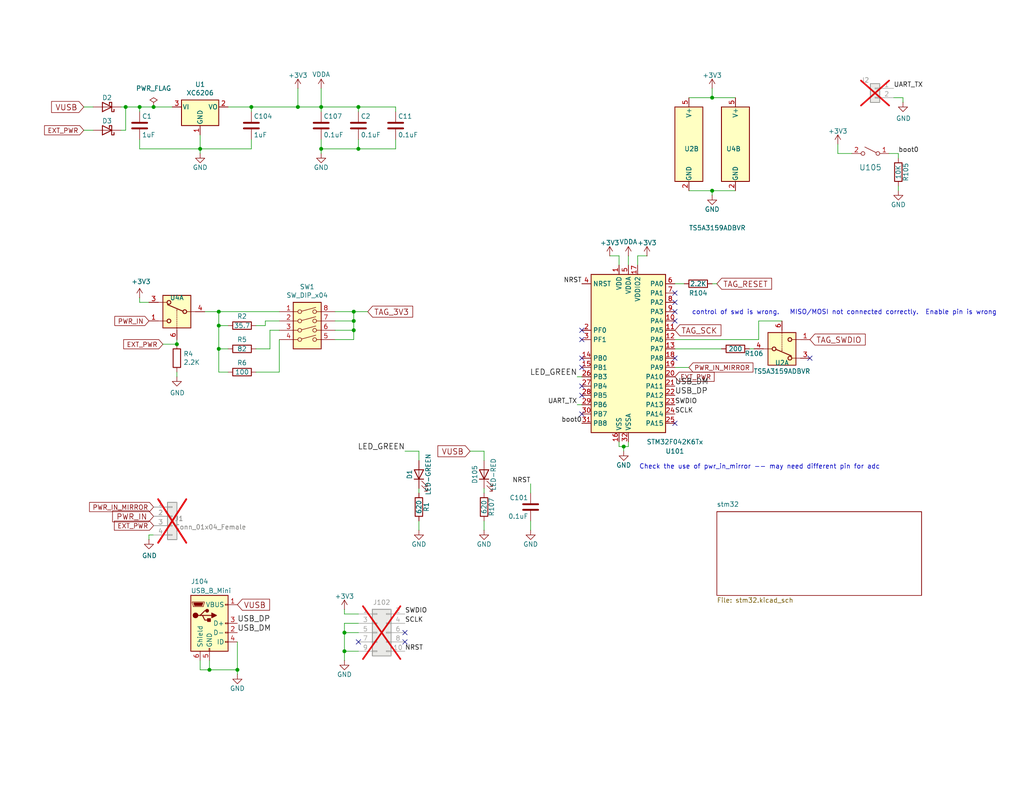
<source format=kicad_sch>
(kicad_sch (version 20231120) (generator "eeschema") (generator_version "8.0")
  (paper "USLetter")
  (title_block (title "Tag Breakout Board with stlink") (date "2020-10-18"))
  (lib_symbols
    (symbol "Analog_Switch:TS5A3159ADBVR" (pin_names (offset 0.127))
      (property "Reference" "U" (at -3.175 4.699 0))
      (property "Value" "TS5A3159ADBVR" (at -3.175 2.921 0))
      (symbol "TS5A3159ADBVR_1_1"
        (rectangle (start -3.81 4.445) (end 3.81 -4.445) (stroke (width 0.254)) (fill (type background)))
        (circle (center -2.159 0) (radius 0.508) (stroke (width 0.254)))
        (polyline (pts (xy -5.08 0) (xy -2.794 0)))
        (polyline (pts (xy -1.651 0.127) (xy 2.54 1.905)) (stroke (width 0.254)))
        (polyline (pts (xy 0 -5.08) (xy 0 -4.572)))
        (polyline (pts (xy 0 -4.318) (xy 0 -4.064)))
        (polyline (pts (xy 0 -3.81) (xy 0 -3.556)))
        (polyline (pts (xy 0 -3.302) (xy 0 -3.048)))
        (polyline (pts (xy 0 -2.794) (xy 0 -2.54)))
        (polyline (pts (xy 0 -2.286) (xy 0 -2.032)))
        (polyline (pts (xy 0 -1.778) (xy 0 -1.524)))
        (polyline (pts (xy 0 -1.27) (xy 0 -1.016)))
        (polyline (pts (xy 0 -0.762) (xy 0 -0.508)))
        (polyline (pts (xy 0 -0.254) (xy 0 0)))
        (polyline (pts (xy 0 0.254) (xy 0 0.508)))
        (polyline (pts (xy 0 0.254) (xy 0 0.508)))
        (polyline (pts (xy 5.08 -2.54) (xy 2.794 -2.54)))
        (polyline (pts (xy 5.08 2.54) (xy 2.794 2.54)))
        (circle (center 2.159 -2.54) (radius 0.508) (stroke (width 0.254)))
        (circle (center 2.159 2.54) (radius 0.508) (stroke (width 0.254)))
        (pin passive line (at 7.62 -2.54 180) (length 2.54) (name "~") (number "1"))
        (pin passive line (at 7.62 2.54 180) (length 2.54) (name "~") (number "3"))
        (pin passive line (at -7.62 0 0) (length 2.54) (name "~") (number "4"))
        (pin input line (at 0 -7.62 90) (length 2.54) (name "~") (number "6"))
      )
      (symbol "TS5A3159ADBVR_2_0"
        (pin power_in line (at 0 -12.7 90) (length 2.54) (name "GND") (number "2"))
        (pin power_in line (at 0 12.7 270) (length 2.54) (name "V+") (number "5"))
      )
      (symbol "TS5A3159ADBVR_2_1"
        (rectangle (start -3.81 10.16) (end 3.81 -10.16) (stroke (width 0.254)) (fill (type background)))
      )
    )
    (symbol "Connector:USB_B_Mini" (pin_names (offset 1.016))
      (property "Reference" "J" (at -5.08 11.43 0))
      (property "Value" "USB_B_Mini" (at -5.08 8.89 0))
      (symbol "USB_B_Mini_0_1"
        (rectangle (start -5.08 -7.62) (end 5.08 7.62) (stroke (width 0.254)) (fill (type background)))
        (circle (center -3.81 2.159) (radius 0.635) (stroke (width 0.254)) (fill (type outline)))
        (circle (center -0.635 3.429) (radius 0.381) (stroke (width 0.254)) (fill (type outline)))
        (rectangle (start -0.127 -7.62) (end 0.127 -6.858))
        (polyline (pts (xy -1.905 2.159) (xy 0.635 2.159)) (stroke (width 0.254)))
        (polyline (pts (xy -3.175 2.159) (xy -2.54 2.159) (xy -1.27 3.429) (xy -0.635 3.429)) (stroke (width 0.254)))
        (polyline (pts (xy -2.54 2.159) (xy -1.905 2.159) (xy -1.27 0.889) (xy 0 0.889)) (stroke (width 0.254)))
        (polyline (pts (xy 0.635 2.794) (xy 0.635 1.524) (xy 1.905 2.159) (xy 0.635 2.794)) (stroke (width 0.254)) (fill (type outline)))
        (polyline (pts (xy -4.318 5.588) (xy -1.778 5.588) (xy -2.032 4.826) (xy -4.064 4.826) (xy -4.318 5.588)) (fill (type outline)))
        (polyline (pts (xy -4.699 5.842) (xy -4.699 5.588) (xy -4.445 4.826) (xy -4.445 4.572) (xy -1.651 4.572) (xy -1.651 4.826) (xy -1.397 5.588) (xy -1.397 5.842) (xy -4.699 5.842)))
        (rectangle (start 0.254 1.27) (end -0.508 0.508) (stroke (width 0.254)) (fill (type outline)))
        (rectangle (start 5.08 -5.207) (end 4.318 -4.953))
        (rectangle (start 5.08 -2.667) (end 4.318 -2.413))
        (rectangle (start 5.08 -0.127) (end 4.318 0.127))
        (rectangle (start 5.08 4.953) (end 4.318 5.207))
      )
      (symbol "USB_B_Mini_1_1"
        (pin power_out line (at 7.62 5.08 180) (length 2.54) (name "VBUS") (number "1"))
        (pin bidirectional line (at 7.62 -2.54 180) (length 2.54) (name "D-") (number "2"))
        (pin bidirectional line (at 7.62 0 180) (length 2.54) (name "D+") (number "3"))
        (pin passive line (at 7.62 -5.08 180) (length 2.54) (name "ID") (number "4"))
        (pin power_out line (at 0 -10.16 90) (length 2.54) (name "GND") (number "5"))
        (pin passive line (at -2.54 -10.16 90) (length 2.54) (name "Shield") (number "6"))
      )
    )
    (symbol "Connector_Generic:Conn_01x02" (pin_names (offset 1.016) hide)
      (property "Reference" "J" (at 0 2.54 0))
      (property "Value" "Conn_01x02" (at 0 -5.08 0))
      (symbol "Conn_01x02_1_1"
        (rectangle (start -1.27 -2.413) (end 0 -2.667) (stroke (width 0.1524)))
        (rectangle (start -1.27 0.127) (end 0 -0.127) (stroke (width 0.1524)))
        (rectangle (start -1.27 1.27) (end 1.27 -3.81) (stroke (width 0.254)) (fill (type background)))
        (pin passive line (at -5.08 0 0) (length 3.81) (name "Pin_1") (number "1"))
        (pin passive line (at -5.08 -2.54 0) (length 3.81) (name "Pin_2") (number "2"))
      )
    )
    (symbol "Connector_Generic:Conn_01x04" (pin_names (offset 1.016) hide)
      (property "Reference" "J" (at 0 5.08 0))
      (property "Value" "Conn_01x04" (at 0 -7.62 0))
      (symbol "Conn_01x04_1_1"
        (rectangle (start -1.27 -4.953) (end 0 -5.207) (stroke (width 0.1524)))
        (rectangle (start -1.27 -2.413) (end 0 -2.667) (stroke (width 0.1524)))
        (rectangle (start -1.27 0.127) (end 0 -0.127) (stroke (width 0.1524)))
        (rectangle (start -1.27 2.667) (end 0 2.413) (stroke (width 0.1524)))
        (rectangle (start -1.27 3.81) (end 1.27 -6.35) (stroke (width 0.254)) (fill (type background)))
        (pin passive line (at -5.08 2.54 0) (length 3.81) (name "Pin_1") (number "1"))
        (pin passive line (at -5.08 0 0) (length 3.81) (name "Pin_2") (number "2"))
        (pin passive line (at -5.08 -2.54 0) (length 3.81) (name "Pin_3") (number "3"))
        (pin passive line (at -5.08 -5.08 0) (length 3.81) (name "Pin_4") (number "4"))
      )
    )
    (symbol "Connector_Generic:Conn_02x05_Odd_Even" (pin_names (offset 1.016) hide)
      (property "Reference" "J" (at 1.27 7.62 0))
      (property "Value" "Conn_02x05_Odd_Even" (at 1.27 -7.62 0))
      (symbol "Conn_02x05_Odd_Even_1_1"
        (rectangle (start -1.27 -4.953) (end 0 -5.207) (stroke (width 0.1524)))
        (rectangle (start -1.27 -2.413) (end 0 -2.667) (stroke (width 0.1524)))
        (rectangle (start -1.27 0.127) (end 0 -0.127) (stroke (width 0.1524)))
        (rectangle (start -1.27 2.667) (end 0 2.413) (stroke (width 0.1524)))
        (rectangle (start -1.27 5.207) (end 0 4.953) (stroke (width 0.1524)))
        (rectangle (start -1.27 6.35) (end 3.81 -6.35) (stroke (width 0.254)) (fill (type background)))
        (rectangle (start 3.81 -4.953) (end 2.54 -5.207) (stroke (width 0.1524)))
        (rectangle (start 3.81 -2.413) (end 2.54 -2.667) (stroke (width 0.1524)))
        (rectangle (start 3.81 0.127) (end 2.54 -0.127) (stroke (width 0.1524)))
        (rectangle (start 3.81 2.667) (end 2.54 2.413) (stroke (width 0.1524)))
        (rectangle (start 3.81 5.207) (end 2.54 4.953) (stroke (width 0.1524)))
        (pin passive line (at -5.08 5.08 0) (length 3.81) (name "Pin_1") (number "1"))
        (pin passive line (at 7.62 -5.08 180) (length 3.81) (name "Pin_10") (number "10"))
        (pin passive line (at 7.62 5.08 180) (length 3.81) (name "Pin_2") (number "2"))
        (pin passive line (at -5.08 2.54 0) (length 3.81) (name "Pin_3") (number "3"))
        (pin passive line (at 7.62 2.54 180) (length 3.81) (name "Pin_4") (number "4"))
        (pin passive line (at -5.08 0 0) (length 3.81) (name "Pin_5") (number "5"))
        (pin passive line (at 7.62 0 180) (length 3.81) (name "Pin_6") (number "6"))
        (pin passive line (at -5.08 -2.54 0) (length 3.81) (name "Pin_7") (number "7"))
        (pin passive line (at 7.62 -2.54 180) (length 3.81) (name "Pin_8") (number "8"))
        (pin passive line (at -5.08 -5.08 0) (length 3.81) (name "Pin_9") (number "9"))
      )
    )
    (symbol "Device:C" (pin_numbers hide) (pin_names (offset 0.254))
      (property "Reference" "C" (at 0.635 2.54 0))
      (property "Value" "C" (at 0.635 -2.54 0))
      (symbol "C_0_1"
        (polyline (pts (xy -2.032 -0.762) (xy 2.032 -0.762)) (stroke (width 0.508)))
        (polyline (pts (xy -2.032 0.762) (xy 2.032 0.762)) (stroke (width 0.508)))
      )
      (symbol "C_1_1"
        (pin passive line (at 0 3.81 270) (length 2.794) (name "~") (number "1"))
        (pin passive line (at 0 -3.81 90) (length 2.794) (name "~") (number "2"))
      )
    )
    (symbol "Device:D_Schottky" (pin_numbers hide) (pin_names (offset 1.016) hide)
      (property "Reference" "D" (at 0 2.54 0))
      (property "Value" "D_Schottky" (at 0 -2.54 0))
      (symbol "D_Schottky_0_1"
        (polyline (pts (xy 1.27 0) (xy -1.27 0)))
        (polyline (pts (xy 1.27 1.27) (xy 1.27 -1.27) (xy -1.27 0) (xy 1.27 1.27)) (stroke (width 0.254)))
        (polyline (pts (xy -1.905 0.635) (xy -1.905 1.27) (xy -1.27 1.27) (xy -1.27 -1.27) (xy -0.635 -1.27) (xy -0.635 -0.635)) (stroke (width 0.254)))
      )
      (symbol "D_Schottky_1_1"
        (pin passive line (at -3.81 0 0) (length 2.54) (name "K") (number "1"))
        (pin passive line (at 3.81 0 180) (length 2.54) (name "A") (number "2"))
      )
    )
    (symbol "Device:LED" (pin_numbers hide) (pin_names (offset 1.016) hide)
      (property "Reference" "D" (at 0 2.54 0))
      (property "Value" "LED" (at 0 -2.54 0))
      (symbol "LED_0_1"
        (polyline (pts (xy -1.27 -1.27) (xy -1.27 1.27)) (stroke (width 0.254)))
        (polyline (pts (xy -1.27 0) (xy 1.27 0)))
        (polyline (pts (xy 1.27 -1.27) (xy 1.27 1.27) (xy -1.27 0) (xy 1.27 -1.27)) (stroke (width 0.254)))
        (polyline (pts (xy -3.048 -0.762) (xy -4.572 -2.286) (xy -3.81 -2.286) (xy -4.572 -2.286) (xy -4.572 -1.524)))
        (polyline (pts (xy -1.778 -0.762) (xy -3.302 -2.286) (xy -2.54 -2.286) (xy -3.302 -2.286) (xy -3.302 -1.524)))
      )
      (symbol "LED_1_1"
        (pin passive line (at -3.81 0 0) (length 2.54) (name "K") (number "1"))
        (pin passive line (at 3.81 0 180) (length 2.54) (name "A") (number "2"))
      )
    )
    (symbol "Device:R" (pin_numbers hide) (pin_names (offset 0))
      (property "Reference" "R" (at 2.032 0 90))
      (property "Value" "R" (at 0 0 90))
      (symbol "R_0_1"
        (rectangle (start -1.016 -2.54) (end 1.016 2.54) (stroke (width 0.254)))
      )
      (symbol "R_1_1"
        (pin passive line (at 0 3.81 270) (length 1.27) (name "~") (number "1"))
        (pin passive line (at 0 -3.81 90) (length 1.27) (name "~") (number "2"))
      )
    )
    (symbol "MCU_ST_STM32F0:STM32F042K6Tx"
      (property "Reference" "U" (at -10.16 21.59 0))
      (property "Value" "STM32F042K6Tx" (at 5.08 21.59 0))
      (symbol "STM32F042K6Tx_0_1"
        (rectangle (start -10.16 -22.86) (end 10.16 20.32) (stroke (width 0.254)) (fill (type background)))
      )
      (symbol "STM32F042K6Tx_1_1"
        (pin power_in line (at -2.54 22.86 270) (length 2.54) (name "VDD") (number "1"))
        (pin bidirectional line (at 12.7 7.62 180) (length 2.54) (name "PA4") (number "10"))
        (pin bidirectional line (at 12.7 5.08 180) (length 2.54) (name "PA5") (number "11"))
        (pin bidirectional line (at 12.7 2.54 180) (length 2.54) (name "PA6") (number "12"))
        (pin bidirectional line (at 12.7 0 180) (length 2.54) (name "PA7") (number "13"))
        (pin bidirectional line (at -12.7 -2.54 0) (length 2.54) (name "PB0") (number "14"))
        (pin bidirectional line (at -12.7 -5.08 0) (length 2.54) (name "PB1") (number "15"))
        (pin power_in line (at -2.54 -25.4 90) (length 2.54) (name "VSS") (number "16"))
        (pin power_in line (at 2.54 22.86 270) (length 2.54) (name "VDDIO2") (number "17"))
        (pin bidirectional line (at 12.7 -2.54 180) (length 2.54) (name "PA8") (number "18"))
        (pin bidirectional line (at 12.7 -5.08 180) (length 2.54) (name "PA9") (number "19"))
        (pin input line (at -12.7 5.08 0) (length 2.54) (name "PF0") (number "2"))
        (pin bidirectional line (at 12.7 -7.62 180) (length 2.54) (name "PA10") (number "20"))
        (pin bidirectional line (at 12.7 -10.16 180) (length 2.54) (name "PA11") (number "21"))
        (pin bidirectional line (at 12.7 -12.7 180) (length 2.54) (name "PA12") (number "22"))
        (pin bidirectional line (at 12.7 -15.24 180) (length 2.54) (name "PA13") (number "23"))
        (pin bidirectional line (at 12.7 -17.78 180) (length 2.54) (name "PA14") (number "24"))
        (pin bidirectional line (at 12.7 -20.32 180) (length 2.54) (name "PA15") (number "25"))
        (pin bidirectional line (at -12.7 -7.62 0) (length 2.54) (name "PB3") (number "26"))
        (pin bidirectional line (at -12.7 -10.16 0) (length 2.54) (name "PB4") (number "27"))
        (pin bidirectional line (at -12.7 -12.7 0) (length 2.54) (name "PB5") (number "28"))
        (pin bidirectional line (at -12.7 -15.24 0) (length 2.54) (name "PB6") (number "29"))
        (pin input line (at -12.7 2.54 0) (length 2.54) (name "PF1") (number "3"))
        (pin bidirectional line (at -12.7 -17.78 0) (length 2.54) (name "PB7") (number "30"))
        (pin bidirectional line (at -12.7 -20.32 0) (length 2.54) (name "PB8") (number "31"))
        (pin power_in line (at 0 -25.4 90) (length 2.54) (name "VSSA") (number "32"))
        (pin input line (at -12.7 17.78 0) (length 2.54) (name "NRST") (number "4"))
        (pin power_in line (at 0 22.86 270) (length 2.54) (name "VDDA") (number "5"))
        (pin bidirectional line (at 12.7 17.78 180) (length 2.54) (name "PA0") (number "6"))
        (pin bidirectional line (at 12.7 15.24 180) (length 2.54) (name "PA1") (number "7"))
        (pin bidirectional line (at 12.7 12.7 180) (length 2.54) (name "PA2") (number "8"))
        (pin bidirectional line (at 12.7 10.16 180) (length 2.54) (name "PA3") (number "9"))
      )
    )
    (symbol "Regulator_Linear:XC6206PxxxMR" (pin_names (offset 0.254))
      (property "Reference" "U" (at -3.81 3.175 0))
      (property "Value" "XC6206PxxxMR" (at 0 3.175 0))
      (symbol "XC6206PxxxMR_0_1"
        (rectangle (start -5.08 1.905) (end 5.08 -5.08) (stroke (width 0.254)) (fill (type background)))
      )
      (symbol "XC6206PxxxMR_1_1"
        (pin power_in line (at 0 -7.62 90) (length 2.54) (name "GND") (number "1"))
        (pin power_out line (at 7.62 0 180) (length 2.54) (name "VO") (number "2"))
        (pin power_in line (at -7.62 0 0) (length 2.54) (name "VI") (number "3"))
      )
    )
    (symbol "Switch:SW_DIP_x04" (pin_names (offset 0) hide)
      (property "Reference" "SW" (at 0 8.89 0))
      (property "Value" "SW_DIP_x04" (at 0 -6.35 0))
      (symbol "SW_DIP_x04_0_0"
        (circle (center -2.032 -2.54) (radius 0.508))
        (circle (center -2.032 0) (radius 0.508))
        (circle (center -2.032 2.54) (radius 0.508))
        (circle (center -2.032 5.08) (radius 0.508))
        (polyline (pts (xy -1.524 -2.3876) (xy 2.3622 -1.3462)))
        (polyline (pts (xy -1.524 0.127) (xy 2.3622 1.1684)))
        (polyline (pts (xy -1.524 2.667) (xy 2.3622 3.7084)))
        (polyline (pts (xy -1.524 5.207) (xy 2.3622 6.2484)))
        (circle (center 2.032 -2.54) (radius 0.508))
        (circle (center 2.032 0) (radius 0.508))
        (circle (center 2.032 2.54) (radius 0.508))
        (circle (center 2.032 5.08) (radius 0.508))
      )
      (symbol "SW_DIP_x04_0_1"
        (rectangle (start -3.81 7.62) (end 3.81 -5.08) (stroke (width 0.254)) (fill (type background)))
      )
      (symbol "SW_DIP_x04_1_1"
        (pin passive line (at -7.62 5.08 0) (length 5.08) (name "~") (number "1"))
        (pin passive line (at -7.62 2.54 0) (length 5.08) (name "~") (number "2"))
        (pin passive line (at -7.62 0 0) (length 5.08) (name "~") (number "3"))
        (pin passive line (at -7.62 -2.54 0) (length 5.08) (name "~") (number "4"))
        (pin passive line (at 7.62 -2.54 180) (length 5.08) (name "~") (number "5"))
        (pin passive line (at 7.62 0 180) (length 5.08) (name "~") (number "6"))
        (pin passive line (at 7.62 2.54 180) (length 5.08) (name "~") (number "7"))
        (pin passive line (at 7.62 5.08 180) (length 5.08) (name "~") (number "8"))
      )
    )
    (symbol "Switch:SW_SPST" (pin_names (offset 0) hide)
      (property "Reference" "SW" (at 0 3.175 0))
      (property "Value" "SW_SPST" (at 0 -2.54 0))
      (symbol "SW_SPST_0_0"
        (circle (center -2.032 0) (radius 0.508))
        (polyline (pts (xy -1.524 0.254) (xy 1.524 1.778)))
        (circle (center 2.032 0) (radius 0.508))
      )
      (symbol "SW_SPST_1_1"
        (pin passive line (at -5.08 0 0) (length 2.54) (name "A") (number "1"))
        (pin passive line (at 5.08 0 180) (length 2.54) (name "B") (number "2"))
      )
    )
    (symbol "power:+3.3V" (power) (pin_numbers hide) (pin_names (offset 0) hide)
      (property "Value" "+3.3V" (at 0 3.556 0))
      (symbol "+3.3V_0_1"
        (polyline (pts (xy -0.762 1.27) (xy 0 2.54)))
        (polyline (pts (xy 0 0) (xy 0 2.54)))
        (polyline (pts (xy 0 2.54) (xy 0.762 1.27)))
      )
      (symbol "+3.3V_1_1"
        (pin power_in line (at 0 0 90) (length 0) (name "~") (number "1"))
      )
    )
    (symbol "power:+3V3" (power) (pin_numbers hide) (pin_names (offset 0) hide)
      (property "Value" "+3V3" (at 0 3.556 0))
      (symbol "+3V3_0_1"
        (polyline (pts (xy -0.762 1.27) (xy 0 2.54)))
        (polyline (pts (xy 0 0) (xy 0 2.54)))
        (polyline (pts (xy 0 2.54) (xy 0.762 1.27)))
      )
      (symbol "+3V3_1_1"
        (pin power_in line (at 0 0 90) (length 0) (name "~") (number "1"))
      )
    )
    (symbol "power:GND" (power) (pin_numbers hide) (pin_names (offset 0) hide)
      (property "Value" "GND" (at 0 -3.81 0))
      (symbol "GND_0_1"
        (polyline (pts (xy 0 0) (xy 0 -1.27) (xy 1.27 -1.27) (xy 0 -2.54) (xy -1.27 -1.27) (xy 0 -1.27)))
      )
      (symbol "GND_1_1"
        (pin power_in line (at 0 0 270) (length 0) (name "~") (number "1"))
      )
    )
    (symbol "power:PWR_FLAG" (power) (pin_numbers hide) (pin_names (offset 0) hide)
      (property "Value" "PWR_FLAG" (at 0 3.81 0))
      (symbol "PWR_FLAG_0_0"
        (pin power_out line (at 0 0 90) (length 0) (name "~") (number "1"))
      )
      (symbol "PWR_FLAG_0_1"
        (polyline (pts (xy 0 0) (xy 0 1.27) (xy -1.016 1.905) (xy 0 2.54) (xy 1.016 1.905) (xy 0 1.27)))
      )
    )
    (symbol "power:VDDA" (power) (pin_numbers hide) (pin_names (offset 0) hide)
      (property "Value" "VDDA" (at 0 3.556 0))
      (symbol "VDDA_0_1"
        (polyline (pts (xy -0.762 1.27) (xy 0 2.54)))
        (polyline (pts (xy 0 0) (xy 0 2.54)))
        (polyline (pts (xy 0 2.54) (xy 0.762 1.27)))
      )
      (symbol "VDDA_1_1"
        (pin power_in line (at 0 0 90) (length 0) (name "~") (number "1"))
      )
    )
  )
  (junction (at 81.28 29.21))
  (junction (at 93.98 177.8))
  (junction (at 59.69 95.25))
  (junction (at 97.79 40.64))
  (junction (at 68.58 29.21))
  (junction (at 93.98 172.72))
  (junction (at 96.52 90.17))
  (junction (at 194.31 52.07))
  (junction (at 48.26 93.98))
  (junction (at 38.1 29.21))
  (junction (at 41.91 29.21))
  (junction (at 170.18 121.92))
  (junction (at 64.77 182.88))
  (junction (at 34.29 29.21))
  (junction (at 59.69 88.9))
  (junction (at 54.61 40.64))
  (junction (at 97.79 29.21))
  (junction (at 96.52 87.63))
  (junction (at 59.69 85.09))
  (junction (at 87.63 29.21))
  (junction (at 194.31 26.67))
  (junction (at 96.52 85.09))
  (junction (at 57.15 182.88))
  (junction (at 87.63 40.64))
  (no_connect (at 158.75 105.41))
  (no_connect (at 184.15 115.57))
  (no_connect (at 220.98 97.79))
  (no_connect (at 110.49 172.72))
  (no_connect (at 110.49 175.26))
  (no_connect (at 158.75 100.33))
  (no_connect (at 158.75 90.17))
  (no_connect (at 184.15 85.09))
  (no_connect (at 184.15 80.01))
  (no_connect (at 158.75 107.95))
  (no_connect (at 158.75 113.03))
  (no_connect (at 184.15 97.79))
  (no_connect (at 184.15 82.55))
  (no_connect (at 97.79 175.26))
  (no_connect (at 184.15 87.63))
  (no_connect (at 158.75 92.71))
  (no_connect (at 158.75 97.79))
  (wire (pts (xy 41.91 146.05) (xy 40.64 146.05)))
  (wire (pts (xy 62.23 29.21) (xy 68.58 29.21)))
  (wire (pts (xy 38.1 38.1) (xy 38.1 40.64)))
  (wire (pts (xy 207.01 87.63) (xy 213.36 87.63)))
  (wire (pts (xy 68.58 40.64) (xy 68.58 38.1)))
  (wire (pts (xy 72.39 87.63) (xy 76.2 87.63)))
  (wire (pts (xy 64.77 182.88) (xy 57.15 182.88)))
  (wire (pts (xy 81.28 29.21) (xy 87.63 29.21)))
  (wire (pts (xy 97.79 40.64) (xy 87.63 40.64)))
  (wire (pts (xy 97.79 29.21) (xy 107.95 29.21)))
  (wire (pts (xy 33.02 29.21) (xy 34.29 29.21)))
  (wire (pts (xy 187.96 52.07) (xy 194.31 52.07)))
  (wire (pts (xy 204.47 95.25) (xy 205.74 95.25)))
  (wire (pts (xy 194.31 52.07) (xy 194.31 53.34)))
  (wire (pts (xy 194.31 52.07) (xy 200.66 52.07)))
  (wire (pts (xy 48.26 93.98) (xy 48.26 92.71)))
  (wire (pts (xy 96.52 92.71) (xy 96.52 90.17)))
  (wire (pts (xy 228.6 41.91) (xy 232.41 41.91)))
  (wire (pts (xy 246.38 26.67) (xy 246.38 27.94)))
  (wire (pts (xy 194.31 77.47) (xy 195.58 77.47)))
  (wire (pts (xy 97.79 38.1) (xy 97.79 40.64)))
  (wire (pts (xy 38.1 81.28) (xy 38.1 82.55)))
  (wire (pts (xy 93.98 177.8) (xy 93.98 180.34)))
  (wire (pts (xy 54.61 40.64) (xy 68.58 40.64)))
  (wire (pts (xy 97.79 170.18) (xy 93.98 170.18)))
  (wire (pts (xy 59.69 95.25) (xy 59.69 101.6)))
  (wire (pts (xy 93.98 170.18) (xy 93.98 172.72)))
  (wire (pts (xy 64.77 175.26) (xy 64.77 182.88)))
  (wire (pts (xy 38.1 29.21) (xy 41.91 29.21)))
  (wire (pts (xy 97.79 177.8) (xy 93.98 177.8)))
  (wire (pts (xy 184.15 100.33) (xy 187.96 100.33)))
  (wire (pts (xy 171.45 120.65) (xy 171.45 121.92)))
  (wire (pts (xy 87.63 24.13) (xy 87.63 29.21)))
  (wire (pts (xy 96.52 87.63) (xy 96.52 85.09)))
  (wire (pts (xy 69.85 88.9) (xy 72.39 88.9)))
  (wire (pts (xy 59.69 88.9) (xy 62.23 88.9)))
  (wire (pts (xy 242.57 41.91) (xy 245.11 41.91)))
  (wire (pts (xy 194.31 26.67) (xy 200.66 26.67)))
  (wire (pts (xy 132.08 133.35) (xy 132.08 134.62)))
  (wire (pts (xy 68.58 29.21) (xy 81.28 29.21)))
  (wire (pts (xy 59.69 88.9) (xy 59.69 95.25)))
  (wire (pts (xy 157.48 110.49) (xy 158.75 110.49)))
  (wire (pts (xy 41.91 29.21) (xy 46.99 29.21)))
  (wire (pts (xy 76.2 92.71) (xy 76.2 101.6)))
  (wire (pts (xy 97.79 40.64) (xy 107.95 40.64)))
  (wire (pts (xy 81.28 24.13) (xy 81.28 29.21)))
  (wire (pts (xy 34.29 29.21) (xy 38.1 29.21)))
  (wire (pts (xy 91.44 90.17) (xy 96.52 90.17)))
  (wire (pts (xy 245.11 50.8) (xy 245.11 52.07)))
  (wire (pts (xy 48.26 101.6) (xy 48.26 102.87)))
  (wire (pts (xy 184.15 77.47) (xy 186.69 77.47)))
  (wire (pts (xy 243.84 26.67) (xy 246.38 26.67)))
  (wire (pts (xy 114.3 133.35) (xy 114.3 134.62)))
  (wire (pts (xy 187.96 26.67) (xy 194.31 26.67)))
  (wire (pts (xy 171.45 69.85) (xy 171.45 72.39)))
  (wire (pts (xy 97.79 172.72) (xy 93.98 172.72)))
  (wire (pts (xy 228.6 39.37) (xy 228.6 41.91)))
  (wire (pts (xy 93.98 166.37) (xy 93.98 167.64)))
  (wire (pts (xy 207.01 87.63) (xy 207.01 92.71)))
  (wire (pts (xy 44.45 93.98) (xy 48.26 93.98)))
  (wire (pts (xy 59.69 85.09) (xy 76.2 85.09)))
  (wire (pts (xy 114.3 123.19) (xy 110.49 123.19)))
  (wire (pts (xy 76.2 90.17) (xy 73.66 90.17)))
  (wire (pts (xy 34.29 35.56) (xy 34.29 29.21)))
  (wire (pts (xy 68.58 29.21) (xy 68.58 30.48)))
  (wire (pts (xy 114.3 125.73) (xy 114.3 123.19)))
  (wire (pts (xy 91.44 92.71) (xy 96.52 92.71)))
  (wire (pts (xy 132.08 125.73) (xy 132.08 123.19)))
  (wire (pts (xy 144.78 142.24) (xy 144.78 144.78)))
  (wire (pts (xy 184.15 95.25) (xy 196.85 95.25)))
  (wire (pts (xy 54.61 40.64) (xy 54.61 41.91)))
  (wire (pts (xy 144.78 132.08) (xy 144.78 134.62)))
  (wire (pts (xy 184.15 92.71) (xy 207.01 92.71)))
  (wire (pts (xy 176.53 69.85) (xy 173.99 69.85)))
  (wire (pts (xy 168.91 121.92) (xy 170.18 121.92)))
  (wire (pts (xy 64.77 182.88) (xy 64.77 184.15)))
  (wire (pts (xy 76.2 101.6) (xy 69.85 101.6)))
  (wire (pts (xy 91.44 85.09) (xy 96.52 85.09)))
  (wire (pts (xy 170.18 121.92) (xy 170.18 123.19)))
  (wire (pts (xy 93.98 167.64) (xy 97.79 167.64)))
  (wire (pts (xy 38.1 40.64) (xy 54.61 40.64)))
  (wire (pts (xy 166.37 69.85) (xy 168.91 69.85)))
  (wire (pts (xy 114.3 142.24) (xy 114.3 144.78)))
  (wire (pts (xy 87.63 40.64) (xy 87.63 41.91)))
  (wire (pts (xy 168.91 120.65) (xy 168.91 121.92)))
  (wire (pts (xy 245.11 43.18) (xy 245.11 41.91)))
  (wire (pts (xy 96.52 85.09) (xy 100.33 85.09)))
  (wire (pts (xy 40.64 146.05) (xy 40.64 147.32)))
  (wire (pts (xy 55.88 85.09) (xy 59.69 85.09)))
  (wire (pts (xy 132.08 142.24) (xy 132.08 144.78)))
  (wire (pts (xy 33.02 35.56) (xy 34.29 35.56)))
  (wire (pts (xy 38.1 82.55) (xy 40.64 82.55)))
  (wire (pts (xy 168.91 69.85) (xy 168.91 72.39)))
  (wire (pts (xy 173.99 69.85) (xy 173.99 72.39)))
  (wire (pts (xy 57.15 182.88) (xy 54.61 182.88)))
  (wire (pts (xy 87.63 29.21) (xy 97.79 29.21)))
  (wire (pts (xy 107.95 29.21) (xy 107.95 30.48)))
  (wire (pts (xy 73.66 95.25) (xy 69.85 95.25)))
  (wire (pts (xy 194.31 24.13) (xy 194.31 26.67)))
  (wire (pts (xy 59.69 85.09) (xy 59.69 88.9)))
  (wire (pts (xy 38.1 29.21) (xy 38.1 30.48)))
  (wire (pts (xy 107.95 40.64) (xy 107.95 38.1)))
  (wire (pts (xy 171.45 121.92) (xy 170.18 121.92)))
  (wire (pts (xy 22.86 35.56) (xy 25.4 35.56)))
  (wire (pts (xy 87.63 38.1) (xy 87.63 40.64)))
  (wire (pts (xy 132.08 123.19) (xy 128.27 123.19)))
  (wire (pts (xy 22.86 29.21) (xy 25.4 29.21)))
  (wire (pts (xy 91.44 87.63) (xy 96.52 87.63)))
  (wire (pts (xy 72.39 88.9) (xy 72.39 87.63)))
  (wire (pts (xy 54.61 182.88) (xy 54.61 180.34)))
  (wire (pts (xy 73.66 90.17) (xy 73.66 95.25)))
  (wire (pts (xy 57.15 180.34) (xy 57.15 182.88)))
  (wire (pts (xy 62.23 101.6) (xy 59.69 101.6)))
  (wire (pts (xy 157.48 102.87) (xy 158.75 102.87)))
  (wire (pts (xy 54.61 36.83) (xy 54.61 40.64)))
  (wire (pts (xy 93.98 172.72) (xy 93.98 177.8)))
  (wire (pts (xy 97.79 29.21) (xy 97.79 30.48)))
  (wire (pts (xy 96.52 90.17) (xy 96.52 87.63)))
  (wire (pts (xy 62.23 95.25) (xy 59.69 95.25)))
  (wire (pts (xy 87.63 29.21) (xy 87.63 30.48)))
  (text "Check the use of pwr_in_mirror -- may need different pin for adc" (at 207.264 127.508 0) (effects (font (size 1.27 1.27))))
  (text "control of swd is wrong.   MISO/MOSI not connected correctly.  Enable pin is wrong" (at 230.378 85.344 0) (effects (font (size 1.27 1.27))))
  (label "UART_TX" (at 243.84 24.13 0))
  (label "SCLK" (at 184.15 113.03 0))
  (label "SCLK" (at 110.49 170.18 0))
  (label "boot0" (at 245.11 41.91 0))
  (label "SWDIO" (at 184.15 110.49 0))
  (label "USB_DP" (at 184.15 107.95 0) (effects (font (size 1.524 1.524))))
  (label "NRST" (at 110.49 177.8 0))
  (label "USB_DM" (at 64.77 172.72 0) (effects (font (size 1.524 1.524))))
  (label "NRST" (at 158.75 77.47 180))
  (label "USB_DP" (at 64.77 170.18 0) (effects (font (size 1.524 1.524))))
  (label "LED_GREEN" (at 110.49 123.19 180) (effects (font (size 1.524 1.524))))
  (label "UART_TX" (at 157.48 110.49 180))
  (label "boot0" (at 158.75 115.57 180))
  (label "SWDIO" (at 110.49 167.64 0))
  (label "NRST" (at 144.78 132.08 180))
  (label "USB_DM" (at 184.15 105.41 0) (effects (font (size 1.524 1.524))))
  (label "LED_GREEN" (at 157.48 102.87 180) (effects (font (size 1.524 1.524))))
  (global_label "VUSB" (shape input) (at 64.77 165.1 0) (effects (font (size 1.524 1.524))) (property "Intersheetrefs" "${INTERSHEET_REFS}" (effects (hide yes))))
  (global_label "EXT_PWR" (shape input) (at 44.45 93.98 180) (property "Intersheetrefs" "${INTERSHEET_REFS}" (effects (hide yes))))
  (global_label "TAG_SWDIO" (shape input) (at 220.98 92.71 0) (effects (font (size 1.524 1.524))) (property "Intersheetrefs" "${INTERSHEET_REFS}" (effects (hide yes))))
  (global_label "EXT_PWR" (shape input) (at 22.86 35.56 180) (property "Intersheetrefs" "${INTERSHEET_REFS}" (effects (hide yes))))
  (global_label "TAG_RESET" (shape input) (at 195.58 77.47 0) (effects (font (size 1.524 1.524))) (property "Intersheetrefs" "${INTERSHEET_REFS}" (effects (hide yes))))
  (global_label "PWR_IN_MIRROR" (shape input) (at 41.91 138.43 180) (property "Intersheetrefs" "${INTERSHEET_REFS}" (effects (hide yes))))
  (global_label "TAG_3V3" (shape input) (at 100.33 85.09 0) (effects (font (size 1.524 1.524))) (property "Intersheetrefs" "${INTERSHEET_REFS}" (effects (hide yes))))
  (global_label "PWR_IN_MIRROR" (shape input) (at 187.96 100.33 0) (property "Intersheetrefs" "${INTERSHEET_REFS}" (effects (hide yes))))
  (global_label "VUSB" (shape input) (at 22.86 29.21 180) (effects (font (size 1.524 1.524))) (property "Intersheetrefs" "${INTERSHEET_REFS}" (effects (hide yes))))
  (global_label "PWR_IN" (shape input) (at 41.91 140.97 180) (effects (font (size 1.524 1.524))) (property "Intersheetrefs" "${INTERSHEET_REFS}" (effects (hide yes))))
  (global_label "EXT_PWR" (shape input) (at 184.15 102.87 0) (property "Intersheetrefs" "${INTERSHEET_REFS}" (effects (hide yes))))
  (global_label "EXT_PWR" (shape input) (at 41.91 143.51 180) (property "Intersheetrefs" "${INTERSHEET_REFS}" (effects (hide yes))))
  (global_label "TAG_SCK" (shape input) (at 184.15 90.17 0) (effects (font (size 1.524 1.524))) (property "Intersheetrefs" "${INTERSHEET_REFS}" (effects (hide yes))))
  (global_label "VUSB" (shape input) (at 128.27 123.19 180) (effects (font (size 1.524 1.524))) (property "Intersheetrefs" "${INTERSHEET_REFS}" (effects (hide yes))))
  (global_label "PWR_IN" (shape input) (at 40.64 87.63 180) (property "Intersheetrefs" "${INTERSHEET_REFS}" (effects (hide yes))))
  (symbol (lib_id "power:GND") (at 245.11 52.07 0) (mirror y) (unit 1)
    (property "Reference" "#PWR05" (effects (hide yes)))
    (property "Value" "GND" (at 245.11 55.88 0))
    (property "Description" "Power symbol creates a global label with name \"GND\" , ground" (effects (hide yes)))
  )
  (symbol (lib_id "Device:R") (at 245.11 46.99 0) (mirror x) (unit 1)
    (property "Reference" "R105" (at 247.142 46.99 90))
    (property "Value" "10K" (at 245.11 46.99 90))
    (property "Footprint" "Resistor_SMD:R_0603_1608Metric" (effects (hide yes)))
    (property "LCSC" "C25804" (effects (hide yes)))
    (property "MFN" "Uniroyal Elec." (effects (hide yes)))
    (property "MPN" "0603WAF1002T5E" (effects (hide yes)))
  )
  (symbol (lib_id "power:GND") (at 144.78 144.78 0) (unit 1)
    (property "Reference" "#PWR06" (effects (hide yes)))
    (property "Value" "GND" (at 144.78 148.59 0))
    (property "Description" "Power symbol creates a global label with name \"GND\" , ground" (effects (hide yes)))
  )
  (symbol (lib_id "Device:C") (at 144.78 138.43 0) (mirror y) (unit 1)
    (property "Reference" "C101" (at 144.145 135.89 0) (effects (justify left)))
    (property "Value" "0.1uF" (at 144.145 140.97 0) (effects (justify left)))
    (property "Footprint" "Capacitor_SMD:C_0603_1608Metric" (effects (hide yes)))
    (property "LCSC" "C14663" (effects (hide yes)))
    (property "MFN" "YAGEO" (effects (hide yes)))
    (property "MPN" "CC0603KRX7R9BB104" (effects (hide yes)))
  )
  (symbol (lib_id "power:+3V3") (at 228.6 39.37 0) (mirror y) (unit 1)
    (property "Reference" "#PWR07" (effects (hide yes)))
    (property "Value" "+3V3" (at 228.6 35.814 0))
    (property "Description" "Power symbol creates a global label with name \"+3V3\"" (effects (hide yes)))
  )
  (symbol (lib_id "Device:R") (at 200.66 95.25 90) (unit 1)
    (property "Reference" "R106" (at 205.74 96.52 90))
    (property "Value" "200" (at 200.66 95.25 90))
    (property "Footprint" "Resistor_SMD:R_0603_1608Metric" (effects (hide yes)))
    (property "LCSC" "C8218 " (effects (hide yes)))
    (property "MFN" "Uniroyal Elec." (effects (hide yes)))
    (property "MPN" "0603WAF1000T5E" (effects (hide yes)))
  )
  (symbol (lib_id "Switch:SW_SPST") (at 237.49 41.91 0) (mirror y) (unit 1)
    (property "Reference" "U105" (at 237.49 45.72 0) (effects (font (size 1.524 1.524))))
    (property "Value" "Tactile Switch" (effects (hide yes)))
    (property "Footprint" "library:SW_SPST_TS_1187" (effects (hide yes)))
    (property "MFN" "XKB Enterprise" (effects (hide yes)))
    (property "MPN" "TS-1187A-C-E-B" (effects (hide yes)))
    (property "LCSC" " C318889" (effects (hide yes)))
  )
  (symbol (lib_id "power:GND") (at 194.31 53.34 0) (unit 1)
    (property "Reference" "#PWR010" (effects (hide yes)))
    (property "Value" "GND" (at 194.31 57.15 0))
    (property "Description" "Power symbol creates a global label with name \"GND\" , ground" (effects (hide yes)))
  )
  (symbol (lib_id "power:+3V3") (at 176.53 69.85 0) (unit 1)
    (property "Reference" "#PWR011" (effects (hide yes)))
    (property "Value" "+3V3" (at 176.53 66.294 0))
    (property "Description" "Power symbol creates a global label with name \"+3V3\"" (effects (hide yes)))
  )
  (symbol (lib_id "power:VDDA") (at 171.45 69.85 0) (unit 1)
    (property "Reference" "#PWR012" (effects (hide yes)))
    (property "Value" "VDDA" (at 171.45 66.04 0))
    (property "Description" "Power symbol creates a global label with name \"VDDA\"" (effects (hide yes)))
  )
  (symbol (lib_id "Device:R") (at 190.5 77.47 270) (unit 1)
    (property "Reference" "R104" (at 190.5 80.01 90))
    (property "Value" "2.2K" (at 190.5 77.47 90))
    (property "Footprint" "Resistor_SMD:R_0603_1608Metric" (effects (hide yes)))
    (property "LCSC" "C4190" (effects (hide yes)))
    (property "MFN" "Uniroyal Elec." (effects (hide yes)))
    (property "MPN" "0603WAF1002T5E" (effects (hide yes)))
  )
  (symbol (lib_id "power:+3V3") (at 194.31 24.13 0) (unit 1)
    (property "Reference" "#PWR015" (effects (hide yes)))
    (property "Value" "+3V3" (at 194.31 20.574 0))
    (property "Description" "Power symbol creates a global label with name \"+3V3\"" (effects (hide yes)))
  )
  (symbol (lib_id "Device:C") (at 87.63 34.29 0) (unit 1)
    (property "Reference" "C107" (at 88.265 31.75 0) (effects (justify left)))
    (property "Value" "0.1uF" (at 88.265 36.83 0) (effects (justify left)))
    (property "Footprint" "Capacitor_SMD:C_0603_1608Metric" (effects (hide yes)))
    (property "LCSC" "C14663" (effects (hide yes)))
    (property "MFN" "YAGEO" (effects (hide yes)))
    (property "MPN" "CC0603KRX7R9BB104" (effects (hide yes)))
  )
  (symbol (lib_id "power:GND") (at 54.61 41.91 0) (unit 1)
    (property "Reference" "#PWR0102" (effects (hide yes)))
    (property "Value" "GND" (at 54.61 45.72 0))
    (property "Description" "Power symbol creates a global label with name \"GND\" , ground" (effects (hide yes)))
  )
  (symbol (lib_id "Device:C") (at 68.58 34.29 0) (unit 1)
    (property "Reference" "C104" (at 69.215 31.75 0) (effects (justify left)))
    (property "Value" "1uF" (at 69.215 36.83 0) (effects (justify left)))
    (property "Footprint" "Capacitor_SMD:C_0603_1608Metric" (effects (hide yes)))
    (property "LCSC" " C15849" (effects (hide yes)))
    (property "MFN" "Samsung Electro-Mechanics" (effects (hide yes)))
    (property "MPN" "CL10A105KB8NNNC" (effects (hide yes)))
  )
  (symbol (lib_id "power:VDDA") (at 87.63 24.13 0) (unit 1)
    (property "Reference" "#PWR0105" (effects (hide yes)))
    (property "Value" "VDDA" (at 87.63 20.32 0))
    (property "Description" "Power symbol creates a global label with name \"VDDA\"" (effects (hide yes)))
  )
  (symbol (lib_id "power:GND") (at 93.98 180.34 0) (unit 1)
    (property "Reference" "#PWR0113" (effects (hide yes)))
    (property "Value" "GND" (at 93.98 184.15 0))
    (property "Description" "Power symbol creates a global label with name \"GND\" , ground" (effects (hide yes)))
  )
  (symbol (lib_id "power:+3V3") (at 93.98 166.37 0) (unit 1)
    (property "Reference" "#PWR0114" (effects (hide yes)))
    (property "Value" "+3V3" (at 93.98 162.814 0))
    (property "Description" "Power symbol creates a global label with name \"+3V3\"" (effects (hide yes)))
  )
  (symbol (lib_id "power:GND") (at 64.77 184.15 0) (mirror y) (unit 1)
    (property "Reference" "#PWR0109" (effects (hide yes)))
    (property "Value" "GND" (at 64.77 187.96 0))
    (property "Description" "Power symbol creates a global label with name \"GND\" , ground" (effects (hide yes)))
  )
  (symbol (lib_id "Device:LED") (at 132.08 129.54 90) (unit 1)
    (property "Reference" "D105" (at 129.54 129.54 0))
    (property "Value" "LED-RED" (at 134.62 129.54 0))
    (property "Footprint" "LED_SMD:LED_0603_1608Metric" (effects (hide yes)))
    (property "Macrofab" "MF-LED-0603-RED" (effects (hide yes)))
    (property "MPN" "KT 0603R" (effects (hide yes)))
    (property "LCSC" " C2286" (effects (hide yes)))
    (property "MFN" "Hubel Kento" (effects (hide yes)))
  )
  (symbol (lib_id "Device:R") (at 132.08 138.43 0) (unit 1)
    (property "Reference" "R107" (at 134.112 138.43 90))
    (property "Value" "620" (at 132.08 138.43 90))
    (property "Footprint" "Resistor_SMD:R_0603_1608Metric" (effects (hide yes)))
    (property "LCSC" "C23220" (effects (hide yes)))
    (property "MFN" "Uniroyal Elec" (effects (hide yes)))
    (property "MPN" "0603WAF6200T5E" (effects (hide yes)))
  )
  (symbol (lib_id "power:GND") (at 132.08 144.78 0) (unit 1)
    (property "Reference" "#PWR0101" (effects (hide yes)))
    (property "Value" "GND" (at 132.08 148.59 0))
    (property "Description" "Power symbol creates a global label with name \"GND\" , ground" (effects (hide yes)))
  )
  (symbol (lib_id "Connector_Generic:Conn_02x05_Odd_Even") (at 102.87 172.72 0) (unit 1) (dnp yes)
    (property "Reference" "J102" (at 104.14 164.465 0))
    (property "Value" "Conn_02x05_Odd_Even" (effects (hide yes)))
    (property "Footprint" "library:FTSH-105-01-F-D-K" (effects (hide yes)))
  )
  (symbol (lib_id "Analog_Switch:TS5A3159ADBVR") (at 213.36 95.25 0) (mirror x) (unit 1)
    (property "Reference" "U2" (at 213.36 99.06 0))
    (property "Value" "TS5A3159ADBVR" (at 213.36 101.3714 0))
    (property "Footprint" "Package_TO_SOT_SMD:SOT-23-6" (effects (hide yes)))
    (property "Datasheet" "http://www.ti.com/lit/ds/symlink/ts5a3159a.pdf" (effects (hide yes)))
    (property "Description" "Single SPDT Analog Switch, 1.65-V to 5.5-V Single-Supply Operation, 1Ohm Ron, SOT-23-6" (effects (hide yes)))
    (property "MFN" "TI" (effects (hide yes)))
    (property "MPN" "TS5A3159ADBVR" (effects (hide yes)))
    (property "LCSC" "C128405" (effects (hide yes)))
  )
  (symbol (lib_id "Analog_Switch:TS5A3159ADBVR") (at 187.96 39.37 0) (unit 2)
    (property "Reference" "U2" (at 186.69 40.64 0) (effects (justify left)))
    (property "Value" "TS5A3159ADBVR" (at 187.96 62.23 0) (effects (justify left)))
    (property "Footprint" "Package_TO_SOT_SMD:SOT-23-6" (effects (hide yes)))
    (property "Datasheet" "http://www.ti.com/lit/ds/symlink/ts5a3159a.pdf" (effects (hide yes)))
    (property "Description" "Single SPDT Analog Switch, 1.65-V to 5.5-V Single-Supply Operation, 1Ohm Ron, SOT-23-6" (effects (hide yes)))
    (property "LCSC" "C128405" (effects (hide yes)))
    (property "MFN" "TI" (effects (hide yes)))
    (property "MPN" "TS5A3159ADBVR" (effects (hide yes)))
  )
  (symbol (lib_id "Regulator_Linear:XC6206PxxxMR") (at 54.61 29.21 0) (unit 1)
    (property "Reference" "U1" (at 54.61 23.0632 0))
    (property "Value" "XC6206" (at 54.61 25.3746 0))
    (property "Footprint" "Package_TO_SOT_SMD:SOT-23-3" (effects (hide yes)))
    (property "Datasheet" "https://www.torexsemi.com/file/xc6206/XC6206.pdf" (effects (hide yes)))
    (property "Description" "Positive 60-250mA Low Dropout Regulator, Fixed Output, SOT-23" (effects (hide yes)))
    (property "MFN" "Torex" (effects (hide yes)))
    (property "MPN" "XC6206P332MR" (effects (hide yes)))
    (property "LCSC" " C5446" (effects (hide yes)))
  )
  (symbol (lib_id "Device:C") (at 38.1 34.29 0) (unit 1)
    (property "Reference" "C1" (at 38.735 31.75 0) (effects (justify left)))
    (property "Value" "1uF" (at 38.735 36.83 0) (effects (justify left)))
    (property "Footprint" "Capacitor_SMD:C_0603_1608Metric" (effects (hide yes)))
    (property "LCSC" " C15849" (effects (hide yes)))
    (property "MFN" "Samsung Electro-Mechanics" (effects (hide yes)))
    (property "MPN" "CL10A105KB8NNNC" (effects (hide yes)))
  )
  (symbol (lib_id "power:+3V3") (at 81.28 24.13 0) (unit 1)
    (property "Reference" "#PWR0106" (effects (hide yes)))
    (property "Value" "+3V3" (at 81.28 20.574 0))
    (property "Description" "Power symbol creates a global label with name \"+3V3\"" (effects (hide yes)))
  )
  (symbol (lib_id "power:GND") (at 87.63 41.91 0) (unit 1)
    (property "Reference" "#PWR0107" (effects (hide yes)))
    (property "Value" "GND" (at 87.63 45.72 0))
    (property "Description" "Power symbol creates a global label with name \"GND\" , ground" (effects (hide yes)))
  )
  (symbol (lib_id "Connector_Generic:Conn_01x04") (at 46.99 140.97 0) (unit 1) (dnp yes)
    (property "Reference" "J1" (at 47.6758 141.5796 0) (effects (justify left)))
    (property "Value" "Conn_01x04_Female" (at 47.6758 143.891 0) (effects (justify left)))
    (property "Footprint" "Connector_JST:JST_XH_B04B-XH-AM_1x04_P2.50mm_Vertical" (effects (hide yes)))
    (property "DISTPN" "455-2237-ND" (effects (hide yes)))
  )
  (symbol (lib_id "power:GND") (at 40.64 147.32 0) (unit 1)
    (property "Reference" "#PWR0108" (effects (hide yes)))
    (property "Value" "GND" (at 40.767 151.7142 0))
    (property "Description" "Power symbol creates a global label with name \"GND\" , ground" (effects (hide yes)))
  )
  (symbol (lib_id "Device:R") (at 48.26 97.79 0) (unit 1)
    (property "Reference" "R4" (at 50.038 96.6216 0) (effects (justify left)))
    (property "Value" "2.2K" (at 50.038 98.933 0) (effects (justify left)))
    (property "Footprint" "Resistor_SMD:R_0603_1608Metric" (effects (hide yes)))
    (property "LCSC" "C4190" (effects (hide yes)))
    (property "MFN" "Uniroyal Elec." (effects (hide yes)))
    (property "MPN" "0603WAF1002T5E" (effects (hide yes)))
  )
  (symbol (lib_id "power:+3.3V") (at 38.1 81.28 0) (unit 1)
    (property "Reference" "#PWR0110" (effects (hide yes)))
    (property "Value" "+3V3" (at 38.481 76.8858 0))
    (property "Description" "Power symbol creates a global label with name \"+3.3V\"" (effects (hide yes)))
  )
  (symbol (lib_id "Analog_Switch:TS5A3159ADBVR") (at 48.26 85.09 0) (mirror y) (unit 1)
    (property "Reference" "U4" (at 48.26 81.28 0))
    (property "Value" "TS5A3159ADBVR" (effects (hide yes)))
    (property "Footprint" "Package_TO_SOT_SMD:SOT-23-6" (effects (hide yes)))
    (property "Datasheet" "http://www.ti.com/lit/ds/symlink/ts5a3159a.pdf" (effects (hide yes)))
    (property "Description" "Single SPDT Analog Switch, 1.65-V to 5.5-V Single-Supply Operation, 1Ohm Ron, SOT-23-6" (effects (hide yes)))
    (property "MFN" "TI" (effects (hide yes)))
    (property "MPN" "TS5A3159ADBVR" (effects (hide yes)))
    (property "LCSC" "C128405" (effects (hide yes)))
  )
  (symbol (lib_id "Analog_Switch:TS5A3159ADBVR") (at 200.66 39.37 0) (unit 2)
    (property "Reference" "U4" (at 198.12 40.64 0) (effects (justify left)))
    (property "Value" "TS5A3159ADBVR" (effects (hide yes)))
    (property "Footprint" "Package_TO_SOT_SMD:SOT-23-6" (effects (hide yes)))
    (property "Datasheet" "http://www.ti.com/lit/ds/symlink/ts5a3159a.pdf" (effects (hide yes)))
    (property "Description" "Single SPDT Analog Switch, 1.65-V to 5.5-V Single-Supply Operation, 1Ohm Ron, SOT-23-6" (effects (hide yes)))
    (property "LCSC" "C128405" (effects (hide yes)))
    (property "MFN" "TI" (effects (hide yes)))
    (property "MPN" "TS5A3159ADBVR" (effects (hide yes)))
  )
  (symbol (lib_id "MCU_ST_STM32F0:STM32F042K6Tx") (at 171.45 95.25 0) (unit 1)
    (property "Reference" "U101" (at 184.15 123.19 0))
    (property "Value" "STM32F042K6Tx" (at 184.15 120.65 0))
    (property "Footprint" "Package_QFP:LQFP-32_7x7mm_P0.8mm" (effects (hide yes)))
    (property "Datasheet" "http://www.st.com/st-web-ui/static/active/en/resource/technical/document/datasheet/DM00105814.pdf" (effects (hide yes)))
    (property "LCSC" "C69216" (effects (hide yes)))
  )
  (symbol (lib_id "power:+3V3") (at 166.37 69.85 0) (unit 1)
    (property "Reference" "#PWR0132" (effects (hide yes)))
    (property "Value" "+3V3" (at 166.37 66.294 0))
    (property "Description" "Power symbol creates a global label with name \"+3V3\"" (effects (hide yes)))
  )
  (symbol (lib_id "power:GND") (at 170.18 123.19 0) (unit 1)
    (property "Reference" "#PWR0133" (effects (hide yes)))
    (property "Value" "GND" (at 170.18 127 0))
    (property "Description" "Power symbol creates a global label with name \"GND\" , ground" (effects (hide yes)))
  )
  (symbol (lib_id "Connector_Generic:Conn_01x02") (at 238.76 24.13 0) (mirror y) (unit 1) (dnp yes)
    (property "Reference" "J2" (at 236.0168 21.8694 0))
    (property "Value" "Conn_01x02_Male" (effects (hide yes)))
    (property "Footprint" "Connector_PinHeader_2.54mm:PinHeader_1x02_P2.54mm_Vertical" (effects (hide yes)))
  )
  (symbol (lib_id "power:GND") (at 246.38 27.94 0) (unit 1)
    (property "Reference" "#PWR0111" (effects (hide yes)))
    (property "Value" "GND" (at 246.507 32.3342 0))
    (property "Description" "Power symbol creates a global label with name \"GND\" , ground" (effects (hide yes)))
  )
  (symbol (lib_id "Device:C") (at 107.95 34.29 0) (unit 1)
    (property "Reference" "C11" (at 108.585 31.75 0) (effects (justify left)))
    (property "Value" "0.1uF" (at 108.585 36.83 0) (effects (justify left)))
    (property "Footprint" "Capacitor_SMD:C_0603_1608Metric" (effects (hide yes)))
    (property "LCSC" "C14663" (effects (hide yes)))
    (property "MFN" "YAGEO" (effects (hide yes)))
    (property "MPN" "CC0603KRX7R9BB104" (effects (hide yes)))
  )
  (symbol (lib_id "Device:C") (at 97.79 34.29 0) (unit 1)
    (property "Reference" "C2" (at 98.425 31.75 0) (effects (justify left)))
    (property "Value" "0.1uF" (at 98.425 36.83 0) (effects (justify left)))
    (property "Footprint" "Capacitor_SMD:C_0603_1608Metric" (effects (hide yes)))
    (property "LCSC" "C14663" (effects (hide yes)))
    (property "MFN" "YAGEO" (effects (hide yes)))
    (property "MPN" "CC0603KRX7R9BB104" (effects (hide yes)))
  )
  (symbol (lib_id "Device:LED") (at 114.3 129.54 90) (unit 1)
    (property "Reference" "D1" (at 111.76 129.54 0))
    (property "Value" "LED-GREEN" (at 116.84 129.54 0))
    (property "Footprint" "LED_SMD:LED_0603_1608Metric" (effects (hide yes)))
    (property "Macrofab" "MF-LED-0603-GREEN" (effects (hide yes)))
    (property "MPN" "19-217/GHC-YR1S2/3T" (effects (hide yes)))
    (property "LCSC" " C72043" (effects (hide yes)))
    (property "MFN" "Everlight Elec" (effects (hide yes)))
  )
  (symbol (lib_id "Device:R") (at 114.3 138.43 0) (unit 1)
    (property "Reference" "R1" (at 116.332 138.43 90))
    (property "Value" "620" (at 114.3 138.43 90))
    (property "Footprint" "Resistor_SMD:R_0603_1608Metric" (effects (hide yes)))
    (property "LCSC" "C23220" (effects (hide yes)))
    (property "MFN" "Uniroyal Elec" (effects (hide yes)))
    (property "MPN" "0603WAF6200T5E" (effects (hide yes)))
  )
  (symbol (lib_id "power:GND") (at 114.3 144.78 0) (unit 1)
    (property "Reference" "#PWR0103" (effects (hide yes)))
    (property "Value" "GND" (at 114.3 148.59 0))
    (property "Description" "Power symbol creates a global label with name \"GND\" , ground" (effects (hide yes)))
  )
  (symbol (lib_id "Device:D_Schottky") (at 29.21 29.21 180) (unit 1)
    (property "Reference" "D2" (at 29.21 26.67 0))
    (property "Value" "D_Schottky" (effects (hide yes)))
    (property "Footprint" "Diode_SMD:D_SOD-123" (effects (hide yes)))
    (property "LCSC" "C8598" (effects (hide yes)))
  )
  (symbol (lib_id "Device:D_Schottky") (at 29.21 35.56 180) (unit 1)
    (property "Reference" "D3" (at 29.21 33.02 0))
    (property "Value" "D_Schottky" (effects (hide yes)))
    (property "Footprint" "Diode_SMD:D_SOD-123" (effects (hide yes)))
    (property "LCSC" "C8598" (effects (hide yes)))
  )
  (symbol (lib_id "Switch:SW_DIP_x04") (at 83.82 90.17 0) (unit 1)
    (property "Reference" "SW1" (at 83.82 78.3082 0))
    (property "Value" "SW_DIP_x04" (at 83.82 80.6196 0))
    (property "Footprint" "Button_Switch_SMD:SW_DIP_SPSTx04_Slide_KingTek_DSHP04TS_W7.62mm_P1.27mm" (effects (hide yes)))
    (property "LCSC" "C40736" (effects (hide yes)))
    (property "MFN" "DongGuan" (effects (hide yes)))
    (property "MPN" " DSHP04TSGET" (effects (hide yes)))
  )
  (symbol (lib_id "power:GND") (at 48.26 102.87 0) (unit 1)
    (property "Reference" "#PWR0104" (effects (hide yes)))
    (property "Value" "GND" (at 48.387 107.2642 0))
    (property "Description" "Power symbol creates a global label with name \"GND\" , ground" (effects (hide yes)))
  )
  (symbol (lib_id "Device:R") (at 66.04 88.9 270) (unit 1)
    (property "Reference" "R2" (at 66.04 86.36 90))
    (property "Value" "35.7" (at 66.04 88.9 90))
    (property "Footprint" "Resistor_SMD:R_0603_1608Metric" (effects (hide yes)))
    (property "LCSC" "C158925" (effects (hide yes)))
  )
  (symbol (lib_id "Device:R") (at 66.04 95.25 270) (unit 1)
    (property "Reference" "R5" (at 66.04 92.71 90))
    (property "Value" "82" (at 66.04 95.25 90))
    (property "Footprint" "Resistor_SMD:R_0603_1608Metric" (effects (hide yes)))
    (property "LCSC" "C23255" (effects (hide yes)))
  )
  (symbol (lib_id "Device:R") (at 66.04 101.6 270) (unit 1)
    (property "Reference" "R6" (at 66.04 99.06 90))
    (property "Value" "100" (at 66.04 101.6 90))
    (property "Footprint" "Resistor_SMD:R_0603_1608Metric" (effects (hide yes)))
    (property "LCSC" "C22775" (effects (hide yes)))
    (property "MFN" "Uniroyal Elec." (effects (hide yes)))
    (property "MPN" "0603WAF1000T5E" (effects (hide yes)))
  )
  (symbol (lib_id "Connector:USB_B_Mini") (at 57.15 170.18 0) (unit 1)
    (property "Reference" "J104" (at 52.07 158.75 0) (effects (justify left)))
    (property "Value" "USB_B_Mini" (at 52.07 161.29 0) (effects (justify left)))
    (property "Footprint" "Connector_USB:USB_Mini-B_Lumberg_2486_01_Horizontal" (effects (hide yes)))
    (property "Description" "USB Mini Type B connector" (effects (hide yes)))
    (property "MFN" "SHOU HAN" (effects (hide yes)))
    (property "MPN" "MINI 5PTP" (effects (hide yes)))
    (property "LCSC" "C2681563" (effects (hide yes)))
  )
  (symbol (lib_id "power:PWR_FLAG") (at 41.91 29.21 0) (unit 1)
    (property "Reference" "#FLG1" (effects (hide yes)))
    (property "Value" "PWR_FLAG" (at 41.91 24.13 0))
    (property "Description" "Special symbol for telling ERC where power comes from" (effects (hide yes)))
  )
  (sheet (at 195.58 139.7) (size 55.88 22.86)
    (property "Sheetname" "stm32" (at 195.58 138.43 0) (effects (justify left bottom)))
    (property "Sheetfile" "stm32.kicad_sch" (at 195.58 163.1446 0) (effects (justify left top)))
  )
)
</source>
